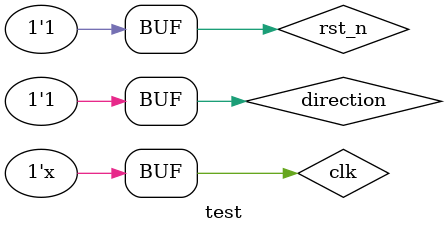
<source format=v>
`timescale 1ns / 1ps


module test();
	reg direction, clk, rst_n; 
	reg mem_to_dma_valid, mem_to_dma_enable;
	reg cpu_to_dma_valid, cpu_to_dma_enable;
	reg		[3:0] 	mem_data_out;
	reg 	[7:0]	cpu_data_out;
	wire	[3:0]	mem_data_in;
	wire	[7:0]	cpu_data_in;

	initial
	begin
		clk = 0;
		rst_n = 0;
		direction = 1;
		#50 rst_n = 1;
	end

	always #1 clk = ~clk;
	
	always@(posedge clk)
	begin
		mem_to_dma_valid = {$random} % 2;
		mem_to_dma_enable = {$random} % 2;
		cpu_to_dma_valid = {$random} % 2;
		cpu_to_dma_enable = {$random} % 2;
		
		mem_data_out  = {$random} % 16;
		cpu_data_out = {$random} % 256;
	end

	DMA ourDMA
	( 	
		.direction(direction), 
		.clk(clk), 
		.rst_n(rst_n), 
		.mem_to_dma_valid(mem_to_dma_valid), 
		.mem_to_dma_enable(mem_to_dma_enable), 
		.cpu_to_dma_valid(cpu_to_dma_valid), 
		.cpu_to_dma_enable(cpu_to_dma_enable),
		.mem_data_out(mem_data_out),
		.cpu_data_out(cpu_data_out),
		.mem_data_in(mem_data_in),
		.cpu_data_in(cpu_data_in)	
	);

endmodule

</source>
